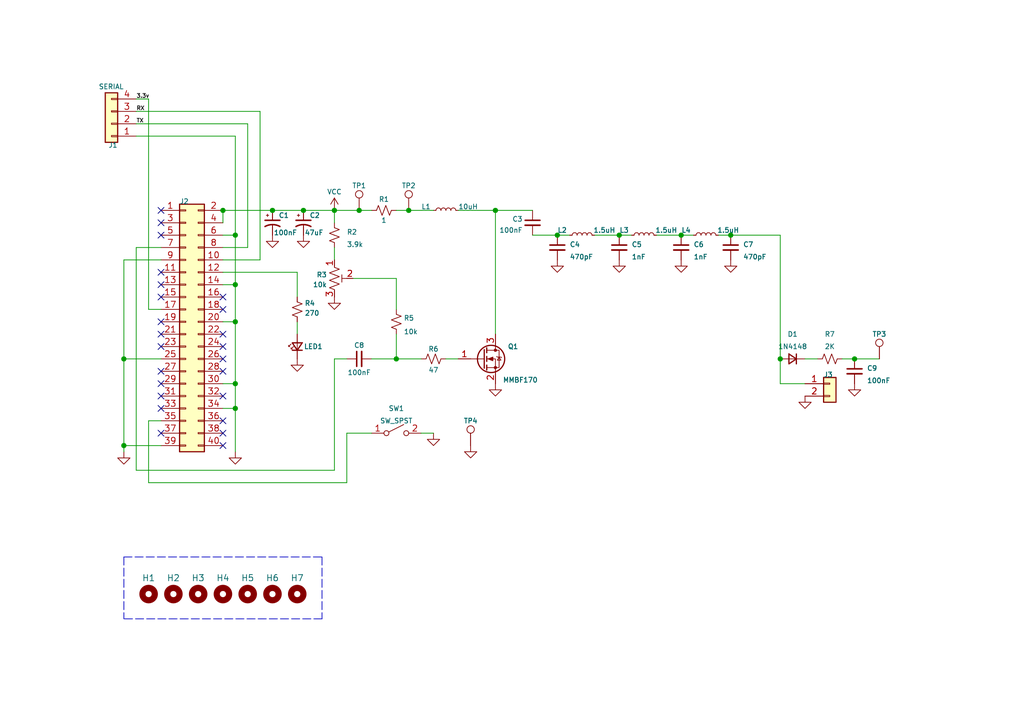
<source format=kicad_sch>
(kicad_sch (version 20211123) (generator eeschema)
  (paper "A5")
  (title_block (title "WSPR 40m Beacon") (rev "1"))
  (lib_symbols
    (symbol "Connector:TestPoint" (pin_numbers hide) (pin_names (offset 0.762) hide)
      (property "Reference" "TP" (at 0 6.858 0))
      (property "Value" "TestPoint" (at 0 5.08 0))
      (symbol "TestPoint_0_1"
        (circle (center 0 3.302) (radius 0.762))
      )
      (symbol "TestPoint_1_1"
        (pin passive line (at 0 0 90) (length 2.54) (name "1") (number "1"))
      )
    )
    (symbol "Connector_Generic:Conn_01x02" (pin_names (offset 1.016) hide)
      (property "Reference" "J" (at 0 2.54 0))
      (property "Value" "Conn_01x02" (at 0 -5.08 0))
      (symbol "Conn_01x02_1_1"
        (rectangle (start -1.27 -2.413) (end 0 -2.667) (stroke (width 0.1524)))
        (rectangle (start -1.27 0.127) (end 0 -0.127) (stroke (width 0.1524)))
        (rectangle (start -1.27 1.27) (end 1.27 -3.81) (stroke (width 0.254)) (fill (type background)))
        (pin passive line (at -5.08 0 0) (length 3.81) (name "Pin_1") (number "1"))
        (pin passive line (at -5.08 -2.54 0) (length 3.81) (name "Pin_2") (number "2"))
      )
    )
    (symbol "Connector_Generic:Conn_01x04" (pin_names (offset 1.016) hide)
      (property "Reference" "J" (at 0 5.08 0))
      (property "Value" "Conn_01x04" (at 0 -7.62 0))
      (symbol "Conn_01x04_1_1"
        (rectangle (start -1.27 -4.953) (end 0 -5.207) (stroke (width 0.1524)))
        (rectangle (start -1.27 -2.413) (end 0 -2.667) (stroke (width 0.1524)))
        (rectangle (start -1.27 0.127) (end 0 -0.127) (stroke (width 0.1524)))
        (rectangle (start -1.27 2.667) (end 0 2.413) (stroke (width 0.1524)))
        (rectangle (start -1.27 3.81) (end 1.27 -6.35) (stroke (width 0.254)) (fill (type background)))
        (pin passive line (at -5.08 2.54 0) (length 3.81) (name "Pin_1") (number "1"))
        (pin passive line (at -5.08 0 0) (length 3.81) (name "Pin_2") (number "2"))
        (pin passive line (at -5.08 -2.54 0) (length 3.81) (name "Pin_3") (number "3"))
        (pin passive line (at -5.08 -5.08 0) (length 3.81) (name "Pin_4") (number "4"))
      )
    )
    (symbol "Connector_Generic:Conn_02x20_Odd_Even" (pin_names (offset 1.016) hide)
      (property "Reference" "J" (at 1.27 25.4 0))
      (property "Value" "Conn_02x20_Odd_Even" (at 1.27 -27.94 0))
      (symbol "Conn_02x20_Odd_Even_1_1"
        (rectangle (start -1.27 -25.273) (end 0 -25.527) (stroke (width 0.1524)))
        (rectangle (start -1.27 -22.733) (end 0 -22.987) (stroke (width 0.1524)))
        (rectangle (start -1.27 -20.193) (end 0 -20.447) (stroke (width 0.1524)))
        (rectangle (start -1.27 -17.653) (end 0 -17.907) (stroke (width 0.1524)))
        (rectangle (start -1.27 -15.113) (end 0 -15.367) (stroke (width 0.1524)))
        (rectangle (start -1.27 -12.573) (end 0 -12.827) (stroke (width 0.1524)))
        (rectangle (start -1.27 -10.033) (end 0 -10.287) (stroke (width 0.1524)))
        (rectangle (start -1.27 -7.493) (end 0 -7.747) (stroke (width 0.1524)))
        (rectangle (start -1.27 -4.953) (end 0 -5.207) (stroke (width 0.1524)))
        (rectangle (start -1.27 -2.413) (end 0 -2.667) (stroke (width 0.1524)))
        (rectangle (start -1.27 0.127) (end 0 -0.127) (stroke (width 0.1524)))
        (rectangle (start -1.27 2.667) (end 0 2.413) (stroke (width 0.1524)))
        (rectangle (start -1.27 5.207) (end 0 4.953) (stroke (width 0.1524)))
        (rectangle (start -1.27 7.747) (end 0 7.493) (stroke (width 0.1524)))
        (rectangle (start -1.27 10.287) (end 0 10.033) (stroke (width 0.1524)))
        (rectangle (start -1.27 12.827) (end 0 12.573) (stroke (width 0.1524)))
        (rectangle (start -1.27 15.367) (end 0 15.113) (stroke (width 0.1524)))
        (rectangle (start -1.27 17.907) (end 0 17.653) (stroke (width 0.1524)))
        (rectangle (start -1.27 20.447) (end 0 20.193) (stroke (width 0.1524)))
        (rectangle (start -1.27 22.987) (end 0 22.733) (stroke (width 0.1524)))
        (rectangle (start -1.27 24.13) (end 3.81 -26.67) (stroke (width 0.254)) (fill (type background)))
        (rectangle (start 3.81 -25.273) (end 2.54 -25.527) (stroke (width 0.1524)))
        (rectangle (start 3.81 -22.733) (end 2.54 -22.987) (stroke (width 0.1524)))
        (rectangle (start 3.81 -20.193) (end 2.54 -20.447) (stroke (width 0.1524)))
        (rectangle (start 3.81 -17.653) (end 2.54 -17.907) (stroke (width 0.1524)))
        (rectangle (start 3.81 -15.113) (end 2.54 -15.367) (stroke (width 0.1524)))
        (rectangle (start 3.81 -12.573) (end 2.54 -12.827) (stroke (width 0.1524)))
        (rectangle (start 3.81 -10.033) (end 2.54 -10.287) (stroke (width 0.1524)))
        (rectangle (start 3.81 -7.493) (end 2.54 -7.747) (stroke (width 0.1524)))
        (rectangle (start 3.81 -4.953) (end 2.54 -5.207) (stroke (width 0.1524)))
        (rectangle (start 3.81 -2.413) (end 2.54 -2.667) (stroke (width 0.1524)))
        (rectangle (start 3.81 0.127) (end 2.54 -0.127) (stroke (width 0.1524)))
        (rectangle (start 3.81 2.667) (end 2.54 2.413) (stroke (width 0.1524)))
        (rectangle (start 3.81 5.207) (end 2.54 4.953) (stroke (width 0.1524)))
        (rectangle (start 3.81 7.747) (end 2.54 7.493) (stroke (width 0.1524)))
        (rectangle (start 3.81 10.287) (end 2.54 10.033) (stroke (width 0.1524)))
        (rectangle (start 3.81 12.827) (end 2.54 12.573) (stroke (width 0.1524)))
        (rectangle (start 3.81 15.367) (end 2.54 15.113) (stroke (width 0.1524)))
        (rectangle (start 3.81 17.907) (end 2.54 17.653) (stroke (width 0.1524)))
        (rectangle (start 3.81 20.447) (end 2.54 20.193) (stroke (width 0.1524)))
        (rectangle (start 3.81 22.987) (end 2.54 22.733) (stroke (width 0.1524)))
        (pin passive line (at -5.08 22.86 0) (length 3.81) (name "Pin_1") (number "1"))
        (pin passive line (at 7.62 12.7 180) (length 3.81) (name "Pin_10") (number "10"))
        (pin passive line (at -5.08 10.16 0) (length 3.81) (name "Pin_11") (number "11"))
        (pin passive line (at 7.62 10.16 180) (length 3.81) (name "Pin_12") (number "12"))
        (pin passive line (at -5.08 7.62 0) (length 3.81) (name "Pin_13") (number "13"))
        (pin passive line (at 7.62 7.62 180) (length 3.81) (name "Pin_14") (number "14"))
        (pin passive line (at -5.08 5.08 0) (length 3.81) (name "Pin_15") (number "15"))
        (pin passive line (at 7.62 5.08 180) (length 3.81) (name "Pin_16") (number "16"))
        (pin passive line (at -5.08 2.54 0) (length 3.81) (name "Pin_17") (number "17"))
        (pin passive line (at 7.62 2.54 180) (length 3.81) (name "Pin_18") (number "18"))
        (pin passive line (at -5.08 0 0) (length 3.81) (name "Pin_19") (number "19"))
        (pin passive line (at 7.62 22.86 180) (length 3.81) (name "Pin_2") (number "2"))
        (pin passive line (at 7.62 0 180) (length 3.81) (name "Pin_20") (number "20"))
        (pin passive line (at -5.08 -2.54 0) (length 3.81) (name "Pin_21") (number "21"))
        (pin passive line (at 7.62 -2.54 180) (length 3.81) (name "Pin_22") (number "22"))
        (pin passive line (at -5.08 -5.08 0) (length 3.81) (name "Pin_23") (number "23"))
        (pin passive line (at 7.62 -5.08 180) (length 3.81) (name "Pin_24") (number "24"))
        (pin passive line (at -5.08 -7.62 0) (length 3.81) (name "Pin_25") (number "25"))
        (pin passive line (at 7.62 -7.62 180) (length 3.81) (name "Pin_26") (number "26"))
        (pin passive line (at -5.08 -10.16 0) (length 3.81) (name "Pin_27") (number "27"))
        (pin passive line (at 7.62 -10.16 180) (length 3.81) (name "Pin_28") (number "28"))
        (pin passive line (at -5.08 -12.7 0) (length 3.81) (name "Pin_29") (number "29"))
        (pin passive line (at -5.08 20.32 0) (length 3.81) (name "Pin_3") (number "3"))
        (pin passive line (at 7.62 -12.7 180) (length 3.81) (name "Pin_30") (number "30"))
        (pin passive line (at -5.08 -15.24 0) (length 3.81) (name "Pin_31") (number "31"))
        (pin passive line (at 7.62 -15.24 180) (length 3.81) (name "Pin_32") (number "32"))
        (pin passive line (at -5.08 -17.78 0) (length 3.81) (name "Pin_33") (number "33"))
        (pin passive line (at 7.62 -17.78 180) (length 3.81) (name "Pin_34") (number "34"))
        (pin passive line (at -5.08 -20.32 0) (length 3.81) (name "Pin_35") (number "35"))
        (pin passive line (at 7.62 -20.32 180) (length 3.81) (name "Pin_36") (number "36"))
        (pin passive line (at -5.08 -22.86 0) (length 3.81) (name "Pin_37") (number "37"))
        (pin passive line (at 7.62 -22.86 180) (length 3.81) (name "Pin_38") (number "38"))
        (pin passive line (at -5.08 -25.4 0) (length 3.81) (name "Pin_39") (number "39"))
        (pin passive line (at 7.62 20.32 180) (length 3.81) (name "Pin_4") (number "4"))
        (pin passive line (at 7.62 -25.4 180) (length 3.81) (name "Pin_40") (number "40"))
        (pin passive line (at -5.08 17.78 0) (length 3.81) (name "Pin_5") (number "5"))
        (pin passive line (at 7.62 17.78 180) (length 3.81) (name "Pin_6") (number "6"))
        (pin passive line (at -5.08 15.24 0) (length 3.81) (name "Pin_7") (number "7"))
        (pin passive line (at 7.62 15.24 180) (length 3.81) (name "Pin_8") (number "8"))
        (pin passive line (at -5.08 12.7 0) (length 3.81) (name "Pin_9") (number "9"))
      )
    )
    (symbol "Device:C_Polarized_Small_US" (pin_numbers hide) (pin_names (offset 0.254) hide)
      (property "Reference" "C" (at 0.254 1.778 0))
      (property "Value" "C_Polarized_Small_US" (at 0.254 -2.032 0))
      (symbol "C_Polarized_Small_US_0_1"
        (polyline (pts (xy -1.524 0.508) (xy 1.524 0.508)) (stroke (width 0.3048)))
        (polyline (pts (xy -1.27 1.524) (xy -0.762 1.524)))
        (polyline (pts (xy -1.016 1.27) (xy -1.016 1.778)))
        (arc (start 1.524 -0.762) (mid 0 -0.3734) (end -1.524 -0.762) (stroke (width 0.3048)))
      )
      (symbol "C_Polarized_Small_US_1_1"
        (pin passive line (at 0 2.54 270) (length 2.032) (name "~") (number "1"))
        (pin passive line (at 0 -2.54 90) (length 2.032) (name "~") (number "2"))
      )
    )
    (symbol "Device:C_Small" (pin_numbers hide) (pin_names (offset 0.254) hide)
      (property "Reference" "C" (at 0.254 1.778 0))
      (property "Value" "C_Small" (at 0.254 -2.032 0))
      (symbol "C_Small_0_1"
        (polyline (pts (xy -1.524 -0.508) (xy 1.524 -0.508)) (stroke (width 0.3302)))
        (polyline (pts (xy -1.524 0.508) (xy 1.524 0.508)) (stroke (width 0.3048)))
      )
      (symbol "C_Small_1_1"
        (pin passive line (at 0 2.54 270) (length 2.032) (name "~") (number "1"))
        (pin passive line (at 0 -2.54 90) (length 2.032) (name "~") (number "2"))
      )
    )
    (symbol "Device:D_Small" (pin_numbers hide) (pin_names (offset 0.254) hide)
      (property "Reference" "D" (at -1.27 2.032 0))
      (property "Value" "D_Small" (at -3.81 -2.032 0))
      (symbol "D_Small_0_1"
        (polyline (pts (xy -0.762 -1.016) (xy -0.762 1.016)) (stroke (width 0.254)))
        (polyline (pts (xy -0.762 0) (xy 0.762 0)))
        (polyline (pts (xy 0.762 -1.016) (xy -0.762 0) (xy 0.762 1.016) (xy 0.762 -1.016)) (stroke (width 0.254)))
      )
      (symbol "D_Small_1_1"
        (pin passive line (at -2.54 0 0) (length 1.778) (name "K") (number "1"))
        (pin passive line (at 2.54 0 180) (length 1.778) (name "A") (number "2"))
      )
    )
    (symbol "Device:LED_Small" (pin_numbers hide) (pin_names (offset 0.254) hide)
      (property "Reference" "D" (at -1.27 3.175 0))
      (property "Value" "LED_Small" (at -4.445 -2.54 0))
      (symbol "LED_Small_0_1"
        (polyline (pts (xy -0.762 -1.016) (xy -0.762 1.016)) (stroke (width 0.254)))
        (polyline (pts (xy 1.016 0) (xy -0.762 0)))
        (polyline (pts (xy 0.762 -1.016) (xy -0.762 0) (xy 0.762 1.016) (xy 0.762 -1.016)) (stroke (width 0.254)))
        (polyline (pts (xy 0 0.762) (xy -0.508 1.27) (xy -0.254 1.27) (xy -0.508 1.27) (xy -0.508 1.016)))
        (polyline (pts (xy 0.508 1.27) (xy 0 1.778) (xy 0.254 1.778) (xy 0 1.778) (xy 0 1.524)))
      )
      (symbol "LED_Small_1_1"
        (pin passive line (at -2.54 0 0) (length 1.778) (name "K") (number "1"))
        (pin passive line (at 2.54 0 180) (length 1.778) (name "A") (number "2"))
      )
    )
    (symbol "Device:L_Small" (pin_numbers hide) (pin_names (offset 0.254) hide)
      (property "Reference" "L" (at 0.762 1.016 0))
      (property "Value" "L_Small" (at 0.762 -1.016 0))
      (symbol "L_Small_0_1"
        (arc (start 0 -2.032) (mid 0.508 -1.524) (end 0 -1.016))
        (arc (start 0 -1.016) (mid 0.508 -0.508) (end 0 0))
        (arc (start 0 0) (mid 0.508 0.508) (end 0 1.016))
        (arc (start 0 1.016) (mid 0.508 1.524) (end 0 2.032))
      )
      (symbol "L_Small_1_1"
        (pin passive line (at 0 2.54 270) (length 0.508) (name "~") (number "1"))
        (pin passive line (at 0 -2.54 90) (length 0.508) (name "~") (number "2"))
      )
    )
    (symbol "Device:R_Potentiometer_Trim_US" (pin_names (offset 1.016) hide)
      (property "Reference" "RV" (at -4.445 0 90))
      (property "Value" "R_Potentiometer_Trim_US" (at -2.54 0 90))
      (symbol "R_Potentiometer_Trim_US_0_1"
        (polyline (pts (xy 0 -2.286) (xy 0 -2.54)))
        (polyline (pts (xy 0 2.286) (xy 0 2.54)))
        (polyline (pts (xy 1.524 0.762) (xy 1.524 -0.762)))
        (polyline (pts (xy 2.54 0) (xy 1.524 0)))
        (polyline (pts (xy 0 -0.762) (xy 1.016 -1.143) (xy 0 -1.524) (xy -1.016 -1.905) (xy 0 -2.286)))
        (polyline (pts (xy 0 0.762) (xy 1.016 0.381) (xy 0 0) (xy -1.016 -0.381) (xy 0 -0.762)))
        (polyline (pts (xy 0 2.286) (xy 1.016 1.905) (xy 0 1.524) (xy -1.016 1.143) (xy 0 0.762)))
      )
      (symbol "R_Potentiometer_Trim_US_1_1"
        (pin passive line (at 0 3.81 270) (length 1.27) (name "1") (number "1"))
        (pin passive line (at 3.81 0 180) (length 1.27) (name "2") (number "2"))
        (pin passive line (at 0 -3.81 90) (length 1.27) (name "3") (number "3"))
      )
    )
    (symbol "Device:R_Small_US" (pin_numbers hide) (pin_names (offset 0.254) hide)
      (property "Reference" "R" (at 0.762 0.508 0))
      (property "Value" "R_Small_US" (at 0.762 -1.016 0))
      (symbol "R_Small_US_1_1"
        (polyline (pts (xy 0 0) (xy 1.016 -0.381) (xy 0 -0.762) (xy -1.016 -1.143) (xy 0 -1.524)))
        (polyline (pts (xy 0 1.524) (xy 1.016 1.143) (xy 0 0.762) (xy -1.016 0.381) (xy 0 0)))
        (pin passive line (at 0 2.54 270) (length 1.016) (name "~") (number "1"))
        (pin passive line (at 0 -2.54 90) (length 1.016) (name "~") (number "2"))
      )
    )
    (symbol "Mechanical:MountingHole" (pin_names (offset 1.016))
      (property "Reference" "H" (at 0 5.08 0))
      (property "Value" "MountingHole" (at 0 3.175 0))
      (symbol "MountingHole_0_1"
        (circle (center 0 0) (radius 1.27) (stroke (width 1.27)))
      )
    )
    (symbol "Switch:SW_SPST" (pin_names (offset 0) hide)
      (property "Reference" "SW" (at 0 3.175 0))
      (property "Value" "SW_SPST" (at 0 -2.54 0))
      (symbol "SW_SPST_0_0"
        (circle (center -2.032 0) (radius 0.508))
        (polyline (pts (xy -1.524 0.254) (xy 1.524 1.778)))
        (circle (center 2.032 0) (radius 0.508))
      )
      (symbol "SW_SPST_1_1"
        (pin passive line (at -5.08 0 0) (length 2.54) (name "A") (number "1"))
        (pin passive line (at 5.08 0 180) (length 2.54) (name "B") (number "2"))
      )
    )
    (symbol "Transistor_FET:MMBF170" (pin_names hide)
      (property "Reference" "Q" (at 5.08 1.905 0))
      (property "Value" "MMBF170" (at 5.08 0 0))
      (symbol "MMBF170_0_1"
        (polyline (pts (xy 0.254 0) (xy -2.54 0)))
        (polyline (pts (xy 0.254 1.905) (xy 0.254 -1.905)) (stroke (width 0.254)))
        (polyline (pts (xy 0.762 -1.27) (xy 0.762 -2.286)) (stroke (width 0.254)))
        (polyline (pts (xy 0.762 0.508) (xy 0.762 -0.508)) (stroke (width 0.254)))
        (polyline (pts (xy 0.762 2.286) (xy 0.762 1.27)) (stroke (width 0.254)))
        (polyline (pts (xy 2.54 2.54) (xy 2.54 1.778)))
        (polyline (pts (xy 2.54 -2.54) (xy 2.54 0) (xy 0.762 0)))
        (polyline (pts (xy 0.762 -1.778) (xy 3.302 -1.778) (xy 3.302 1.778) (xy 0.762 1.778)))
        (polyline (pts (xy 1.016 0) (xy 2.032 0.381) (xy 2.032 -0.381) (xy 1.016 0)) (fill (type outline)))
        (polyline (pts (xy 2.794 0.508) (xy 2.921 0.381) (xy 3.683 0.381) (xy 3.81 0.254)))
        (polyline (pts (xy 3.302 0.381) (xy 2.921 -0.254) (xy 3.683 -0.254) (xy 3.302 0.381)))
        (circle (center 1.651 0) (radius 2.794) (stroke (width 0.254)))
        (circle (center 2.54 -1.778) (radius 0.254) (fill (type outline)))
        (circle (center 2.54 1.778) (radius 0.254) (fill (type outline)))
      )
      (symbol "MMBF170_1_1"
        (pin input line (at -5.08 0 0) (length 2.54) (name "G") (number "1"))
        (pin passive line (at 2.54 -5.08 90) (length 2.54) (name "S") (number "2"))
        (pin passive line (at 2.54 5.08 270) (length 2.54) (name "D") (number "3"))
      )
    )
    (symbol "power:GND" (power) (pin_names (offset 0))
      (property "Value" "GND" (at 0 -3.81 0))
      (symbol "GND_0_1"
        (polyline (pts (xy 0 0) (xy 0 -1.27) (xy 1.27 -1.27) (xy 0 -2.54) (xy -1.27 -1.27) (xy 0 -1.27)))
      )
      (symbol "GND_1_1"
        (pin power_in line (at 0 0 270) (length 0) hide (name "GND") (number "1"))
      )
    )
    (symbol "power:VCC" (power) (pin_names (offset 0))
      (property "Value" "VCC" (at 0 3.81 0))
      (symbol "VCC_0_1"
        (polyline (pts (xy -0.762 1.27) (xy 0 2.54)))
        (polyline (pts (xy 0 0) (xy 0 2.54)))
        (polyline (pts (xy 0 2.54) (xy 0.762 1.27)))
      )
      (symbol "VCC_1_1"
        (pin power_in line (at 0 0 90) (length 0) hide (name "VCC") (number "1"))
      )
    )
  )
  (junction (at 175.26 73.66))
  (junction (at 160.02 73.66))
  (junction (at 149.86 48.26))
  (junction (at 83.82 43.18))
  (junction (at 101.6 43.18))
  (junction (at 48.26 58.42))
  (junction (at 25.4 73.66))
  (junction (at 55.88 43.18))
  (junction (at 45.72 43.18))
  (junction (at 48.26 66.04))
  (junction (at 48.26 48.26))
  (junction (at 139.7 48.26))
  (junction (at 25.4 91.44))
  (junction (at 127 48.26))
  (junction (at 62.23 43.18))
  (junction (at 114.3 48.26))
  (junction (at 48.26 83.82))
  (junction (at 68.58 43.18))
  (junction (at 48.26 78.74))
  (junction (at 81.28 73.66))
  (junction (at 73.66 43.18))
  (no_connect (at 33.02 60.96))
  (no_connect (at 33.02 58.42))
  (no_connect (at 33.02 66.04))
  (no_connect (at 33.02 68.58))
  (no_connect (at 33.02 71.12))
  (no_connect (at 45.72 60.96))
  (no_connect (at 33.02 55.88))
  (no_connect (at 45.72 63.5))
  (no_connect (at 33.02 45.72))
  (no_connect (at 33.02 48.26))
  (no_connect (at 33.02 43.18))
  (no_connect (at 45.72 91.44))
  (no_connect (at 45.72 68.58))
  (no_connect (at 45.72 76.2))
  (no_connect (at 33.02 81.28))
  (no_connect (at 45.72 81.28))
  (no_connect (at 45.72 86.36))
  (no_connect (at 33.02 88.9))
  (no_connect (at 45.72 73.66))
  (no_connect (at 33.02 76.2))
  (no_connect (at 45.72 71.12))
  (no_connect (at 33.02 78.74))
  (no_connect (at 45.72 88.9))
  (no_connect (at 33.02 83.82))
  (wire (pts (xy 88.9 88.9) (xy 86.36 88.9)))
  (wire (pts (xy 48.26 78.74) (xy 45.72 78.74)))
  (wire (pts (xy 72.39 57.15) (xy 81.28 57.15)))
  (wire (pts (xy 25.4 91.44) (xy 25.4 73.66)))
  (wire (pts (xy 33.02 91.44) (xy 25.4 91.44)))
  (wire (pts (xy 45.72 45.72) (xy 45.72 43.18)))
  (wire (pts (xy 114.3 48.26) (xy 116.84 48.26)))
  (wire (pts (xy 27.94 27.94) (xy 48.26 27.94)))
  (wire (pts (xy 27.94 96.52) (xy 68.58 96.52)))
  (wire (pts (xy 160.02 78.74) (xy 165.1 78.74)))
  (wire (pts (xy 25.4 73.66) (xy 25.4 53.34)))
  (wire (pts (xy 53.34 53.34) (xy 53.34 22.86)))
  (wire (pts (xy 81.28 57.15) (xy 81.28 63.5)))
  (wire (pts (xy 71.12 88.9) (xy 71.12 99.06)))
  (wire (pts (xy 160.02 48.26) (xy 160.02 73.66)))
  (wire (pts (xy 48.26 48.26) (xy 45.72 48.26)))
  (wire (pts (xy 33.02 50.8) (xy 27.94 50.8)))
  (wire (pts (xy 62.23 43.18) (xy 68.58 43.18)))
  (wire (pts (xy 48.26 48.26) (xy 48.26 27.94)))
  (wire (pts (xy 48.26 92.71) (xy 48.26 83.82)))
  (wire (pts (xy 160.02 73.66) (xy 160.02 78.74)))
  (wire (pts (xy 53.34 22.86) (xy 27.94 22.86)))
  (wire (pts (xy 48.26 78.74) (xy 48.26 66.04)))
  (wire (pts (xy 101.6 43.18) (xy 101.6 68.58)))
  (wire (pts (xy 45.72 53.34) (xy 53.34 53.34)))
  (wire (pts (xy 68.58 50.8) (xy 68.58 53.34)))
  (wire (pts (xy 48.26 66.04) (xy 45.72 66.04)))
  (wire (pts (xy 121.92 48.26) (xy 127 48.26)))
  (wire (pts (xy 48.26 66.04) (xy 48.26 58.42)))
  (wire (pts (xy 68.58 96.52) (xy 68.58 73.66)))
  (wire (pts (xy 27.94 20.32) (xy 30.48 20.32)))
  (wire (pts (xy 45.72 50.8) (xy 50.8 50.8)))
  (wire (pts (xy 93.98 43.18) (xy 101.6 43.18)))
  (wire (pts (xy 60.96 66.04) (xy 60.96 68.58)))
  (wire (pts (xy 101.6 43.18) (xy 109.22 43.18)))
  (polyline (pts (xy 66.04 114.3) (xy 66.04 127)))
  (wire (pts (xy 73.66 43.18) (xy 76.2 43.18)))
  (wire (pts (xy 30.48 99.06) (xy 71.12 99.06)))
  (wire (pts (xy 55.88 43.18) (xy 62.23 43.18)))
  (polyline (pts (xy 25.4 114.3) (xy 66.04 114.3)))
  (wire (pts (xy 175.26 73.66) (xy 180.34 73.66)))
  (polyline (pts (xy 66.04 127) (xy 25.4 127)))
  (wire (pts (xy 149.86 48.26) (xy 160.02 48.26)))
  (wire (pts (xy 83.82 43.18) (xy 88.9 43.18)))
  (wire (pts (xy 48.26 58.42) (xy 45.72 58.42)))
  (wire (pts (xy 30.48 20.32) (xy 30.48 63.5)))
  (wire (pts (xy 134.62 48.26) (xy 139.7 48.26)))
  (wire (pts (xy 30.48 63.5) (xy 33.02 63.5)))
  (wire (pts (xy 48.26 83.82) (xy 48.26 78.74)))
  (wire (pts (xy 81.28 73.66) (xy 86.36 73.66)))
  (wire (pts (xy 50.8 25.4) (xy 27.94 25.4)))
  (wire (pts (xy 60.96 55.88) (xy 60.96 60.96)))
  (wire (pts (xy 50.8 50.8) (xy 50.8 25.4)))
  (wire (pts (xy 81.28 43.18) (xy 83.82 43.18)))
  (wire (pts (xy 147.32 48.26) (xy 149.86 48.26)))
  (wire (pts (xy 139.7 48.26) (xy 142.24 48.26)))
  (wire (pts (xy 91.44 73.66) (xy 93.98 73.66)))
  (wire (pts (xy 30.48 86.36) (xy 30.48 99.06)))
  (wire (pts (xy 127 48.26) (xy 129.54 48.26)))
  (wire (pts (xy 68.58 73.66) (xy 71.12 73.66)))
  (wire (pts (xy 33.02 86.36) (xy 30.48 86.36)))
  (wire (pts (xy 71.12 88.9) (xy 76.2 88.9)))
  (wire (pts (xy 68.58 43.18) (xy 73.66 43.18)))
  (wire (pts (xy 25.4 73.66) (xy 33.02 73.66)))
  (wire (pts (xy 172.72 73.66) (xy 175.26 73.66)))
  (wire (pts (xy 48.26 58.42) (xy 48.26 48.26)))
  (wire (pts (xy 25.4 91.44) (xy 25.4 92.71)))
  (wire (pts (xy 68.58 43.18) (xy 68.58 45.72)))
  (wire (pts (xy 45.72 55.88) (xy 60.96 55.88)))
  (wire (pts (xy 81.28 73.66) (xy 81.28 68.58)))
  (wire (pts (xy 76.2 73.66) (xy 81.28 73.66)))
  (wire (pts (xy 109.22 48.26) (xy 114.3 48.26)))
  (polyline (pts (xy 25.4 114.3) (xy 25.4 127)))
  (wire (pts (xy 45.72 43.18) (xy 55.88 43.18)))
  (wire (pts (xy 25.4 53.34) (xy 33.02 53.34)))
  (wire (pts (xy 27.94 50.8) (xy 27.94 96.52)))
  (wire (pts (xy 48.26 83.82) (xy 45.72 83.82)))
  (wire (pts (xy 165.1 73.66) (xy 167.64 73.66)))
  (label "RX" (at 27.94 22.86 0) (effects (font (size 0.8 0.8))))
  (label "3.3v" (at 27.94 20.32 0) (effects (font (size 0.8 0.8))))
  (label "TX" (at 27.94 25.4 0) (effects (font (size 0.8 0.8))))
  (symbol (lib_id "power:GND") (at 114.3 53.34 0) (unit 1)
    (property "Reference" "#PWR04" (effects hide))
    (property "Value" "GND" (effects hide))
  )
  (symbol (lib_id "power:GND") (at 101.6 78.74 0) (unit 1)
    (property "Reference" "#PWR010" (effects hide))
    (property "Value" "GND" (effects hide))
  )
  (symbol (lib_id "power:GND") (at 175.26 78.74 0) (unit 1)
    (property "Reference" "#PWR011" (effects hide))
    (property "Value" "GND" (effects hide))
  )
  (symbol (lib_id "Device:R_Small_US") (at 78.74 43.18 90) (unit 1)
    (property "Reference" "R1" (at 78.74 40.894 90) (effects (font (size 1 1))))
    (property "Value" "1" (at 78.74 45.212 90) (effects (font (size 1 1))))
    (property "Footprint" "Resistor_SMD:R_0603_1608Metric" (effects hide))
  )
  (symbol (lib_id "Device:R_Small_US") (at 60.96 63.5 180) (unit 1)
    (property "Reference" "R4" (at 62.484 62.23 0) (effects (font (size 1 1)) (justify right)))
    (property "Value" "270" (at 62.484 64.262 0) (effects (font (size 1 1)) (justify right)))
    (property "Footprint" "Resistor_SMD:R_0603_1608Metric" (effects hide))
  )
  (symbol (lib_id "Device:C_Polarized_Small_US") (at 55.88 45.72 0) (unit 1)
    (property "Reference" "C1" (at 57.15 44.196 0) (effects (font (size 1 1)) (justify left)))
    (property "Value" "100nF" (at 56.134 47.752 0) (effects (font (size 1 1)) (justify left)))
    (property "Footprint" "Capacitor_SMD:C_0603_1608Metric" (effects hide))
  )
  (symbol (lib_id "power:GND") (at 55.88 48.26 0) (unit 1)
    (property "Reference" "#PWR02" (effects hide))
    (property "Value" "GND" (effects hide))
  )
  (symbol (lib_id "Mechanical:MountingHole") (at 40.64 121.92 0) (unit 1)
    (property "Reference" "H3" (at 40.64 118.618 0))
    (property "Value" "MountingHole" (effects hide))
    (property "Footprint" "MountingHole:MountingHole_3.2mm_M3_DIN965_Pad" (effects hide))
  )
  (symbol (lib_id "Mechanical:MountingHole") (at 60.96 121.92 0) (unit 1)
    (property "Reference" "H7" (at 60.96 118.618 0))
    (property "Value" "MountingHole" (effects hide))
    (property "Footprint" "MountingHole:mousebites" (effects hide))
  )
  (symbol (lib_id "power:GND") (at 149.86 53.34 0) (unit 1)
    (property "Reference" "#PWR07" (effects hide))
    (property "Value" "GND" (effects hide))
  )
  (symbol (lib_id "power:VCC") (at 68.58 43.18 0) (unit 1)
    (property "Reference" "#PWR01" (effects hide))
    (property "Value" "VCC" (at 68.58 39.37 0) (effects (font (size 1 1))))
  )
  (symbol (lib_id "Device:R_Potentiometer_Trim_US") (at 68.58 57.15 0) (unit 1)
    (property "Reference" "R3" (at 67.056 56.388 0) (effects (font (size 1 1)) (justify right)))
    (property "Value" "10k" (at 67.056 58.42 0) (effects (font (size 1 1)) (justify right)))
    (property "Footprint" "Potentiometer_SMD:Potentiometer_Bourns_3314J_Vertical" (effects hide))
  )
  (symbol (lib_id "Connector:TestPoint") (at 96.52 91.44 0) (unit 1)
    (property "Reference" "TP4" (at 96.52 86.36 0) (effects (font (size 1 1))))
    (property "Value" "TestPoint" (effects hide))
    (property "Footprint" "TestPoint:TestPoint_Pad_D1.5mm" (effects hide))
  )
  (symbol (lib_id "Device:R_Small_US") (at 88.9 73.66 90) (unit 1)
    (property "Reference" "R6" (at 88.9 71.628 90) (effects (font (size 1 1))))
    (property "Value" "47" (at 88.9 75.946 90) (effects (font (size 1 1))))
    (property "Footprint" "Resistor_SMD:R_0603_1608Metric" (effects hide))
  )
  (symbol (lib_id "Connector_Generic:Conn_02x20_Odd_Even") (at 38.1 66.04 0) (unit 1)
    (property "Reference" "J2" (at 36.83 41.91 0) (effects (font (size 1 1)) (justify left bottom)))
    (property "Value" "Conn_02x20_Odd_Even" (effects hide))
    (property "Footprint" "Connector_PinSocket_2.54mm:PinSocket_2x20_P2.54mm_Vertical" (effects hide))
  )
  (symbol (lib_id "Device:L_Small") (at 132.08 48.26 90) (unit 1)
    (property "Reference" "L3" (at 128.016 47.244 90) (effects (font (size 1 1))))
    (property "Value" "1.5uH" (at 136.652 47.244 90) (effects (font (size 1 1))))
    (property "Footprint" "Inductor_SMD:L_1210_3225Metric" (effects hide))
  )
  (symbol (lib_id "Device:C_Small") (at 109.22 45.72 0) (unit 1)
    (property "Reference" "C3" (at 107.188 44.958 0) (effects (font (size 1 1)) (justify right)))
    (property "Value" "100nF" (at 107.188 47.244 0) (effects (font (size 1 1)) (justify right)))
    (property "Footprint" "Capacitor_SMD:C_0603_1608Metric" (effects hide))
  )
  (symbol (lib_id "Mechanical:MountingHole") (at 55.88 121.92 0) (unit 1)
    (property "Reference" "H6" (at 55.88 118.618 0))
    (property "Value" "MountingHole" (effects hide))
    (property "Footprint" "MountingHole:mousebites" (effects hide))
  )
  (symbol (lib_id "power:GND") (at 96.52 91.44 0) (unit 1)
    (property "Reference" "#PWR014" (effects hide))
    (property "Value" "GND" (effects hide))
  )
  (symbol (lib_id "Mechanical:MountingHole") (at 30.48 121.92 0) (unit 1)
    (property "Reference" "H1" (at 30.48 118.618 0))
    (property "Value" "MountingHole" (effects hide))
    (property "Footprint" "MountingHole:MountingHole_3.2mm_M3_DIN965_Pad" (effects hide))
  )
  (symbol (lib_id "power:GND") (at 48.26 92.71 0) (unit 1)
    (property "Reference" "#PWR016" (effects hide))
    (property "Value" "GND" (effects hide))
  )
  (symbol (lib_id "Device:C_Small") (at 175.26 76.2 0) (unit 1)
    (property "Reference" "C9" (at 177.8 75.5713 0) (effects (font (size 1 1)) (justify left)))
    (property "Value" "100nF" (at 177.8 78.1113 0) (effects (font (size 1 1)) (justify left)))
    (property "Footprint" "Capacitor_SMD:C_0603_1608Metric" (effects hide))
  )
  (symbol (lib_id "Connector:TestPoint") (at 180.34 73.66 0) (unit 1)
    (property "Reference" "TP3" (at 180.34 68.58 0) (effects (font (size 1 1))))
    (property "Value" "TestPoint" (effects hide))
    (property "Footprint" "TestPoint:TestPoint_Pad_D1.5mm" (effects hide))
  )
  (symbol (lib_id "Mechanical:MountingHole") (at 45.72 121.92 0) (unit 1)
    (property "Reference" "H4" (at 45.72 118.618 0))
    (property "Value" "MountingHole" (effects hide))
    (property "Footprint" "MountingHole:MountingHole_3.2mm_M3_DIN965_Pad" (effects hide))
  )
  (symbol (lib_id "Device:R_Small_US") (at 68.58 48.26 180) (unit 1)
    (property "Reference" "R2" (at 71.12 47.625 0) (effects (font (size 1 1)) (justify right)))
    (property "Value" "3.9k" (at 71.12 50.165 0) (effects (font (size 1 1)) (justify right)))
    (property "Footprint" "Resistor_SMD:R_0603_1608Metric" (effects hide))
  )
  (symbol (lib_id "Transistor_FET:MMBF170") (at 99.06 73.66 0) (unit 1)
    (property "Reference" "Q1" (at 104.14 71.12 0) (effects (font (size 1 1)) (justify left)))
    (property "Value" "MMBF170" (at 103.124 77.978 0) (effects (font (size 1 1)) (justify left)))
    (property "Footprint" "Package_TO_SOT_SMD:SOT-23" (effects hide))
    (property "Datasheet" "https://www.diodes.com/assets/Datasheets/ds30104.pdf" (effects hide))
  )
  (symbol (lib_id "Device:D_Small") (at 162.56 73.66 180) (unit 1)
    (property "Reference" "D1" (at 162.56 68.58 0) (effects (font (size 1 1))))
    (property "Value" "1N4148" (at 162.56 71.12 0) (effects (font (size 1 1))))
    (property "Footprint" "Diode_SMD:D_SOD-123F" (effects hide))
  )
  (symbol (lib_id "Device:C_Small") (at 73.66 73.66 90) (unit 1)
    (property "Reference" "C8" (at 73.66 70.866 90) (effects (font (size 1 1))))
    (property "Value" "100nF" (at 73.66 76.454 90) (effects (font (size 1 1))))
    (property "Footprint" "Capacitor_SMD:C_0603_1608Metric" (effects hide))
  )
  (symbol (lib_id "power:GND") (at 68.58 60.96 0) (unit 1)
    (property "Reference" "#PWR08" (effects hide))
    (property "Value" "GND" (effects hide))
  )
  (symbol (lib_id "power:GND") (at 139.7 53.34 0) (unit 1)
    (property "Reference" "#PWR06" (effects hide))
    (property "Value" "GND" (effects hide))
  )
  (symbol (lib_id "Device:LED_Small") (at 60.96 71.12 90) (unit 1)
    (property "Reference" "LED1" (at 64.262 71.12 90) (effects (font (size 1 1))))
    (property "Value" "LED_Small" (effects hide))
    (property "Footprint" "LED_SMD:LED_0805_2012Metric" (effects hide))
  )
  (symbol (lib_id "Connector_Generic:Conn_01x02") (at 170.18 78.74 0) (unit 1)
    (property "Reference" "J3" (at 168.91 77.47 0) (effects (font (size 1 1)) (justify left bottom)))
    (property "Value" "Conn_01x02" (effects hide))
    (property "Footprint" "Connector_Coaxial:SMA_Amphenol_901-144_Vertical" (effects hide))
  )
  (symbol (lib_id "Device:L_Small") (at 119.38 48.26 90) (unit 1)
    (property "Reference" "L2" (at 115.316 47.244 90) (effects (font (size 1 1))))
    (property "Value" "1.5uH" (at 123.952 47.244 90) (effects (font (size 1 1))))
    (property "Footprint" "Inductor_SMD:L_1210_3225Metric" (effects hide))
  )
  (symbol (lib_id "Device:L_Small") (at 144.78 48.26 90) (unit 1)
    (property "Reference" "L4" (at 140.716 47.244 90) (effects (font (size 1 1))))
    (property "Value" "1.5uH" (at 149.352 47.244 90) (effects (font (size 1 1))))
    (property "Footprint" "Inductor_SMD:L_1210_3225Metric" (effects hide))
  )
  (symbol (lib_id "Device:C_Small") (at 114.3 50.8 0) (unit 1)
    (property "Reference" "C4" (at 116.84 50.1713 0) (effects (font (size 1 1)) (justify left)))
    (property "Value" "470pF" (at 116.84 52.7113 0) (effects (font (size 1 1)) (justify left)))
    (property "Footprint" "Capacitor_SMD:C_0603_1608Metric" (effects hide))
  )
  (symbol (lib_id "Device:R_Small_US") (at 81.28 66.04 0) (unit 1)
    (property "Reference" "R5" (at 82.804 65.278 0) (effects (font (size 1 1)) (justify left)))
    (property "Value" "10k" (at 82.804 68.072 0) (effects (font (size 1 1)) (justify left)))
    (property "Footprint" "Resistor_SMD:R_0603_1608Metric" (effects hide))
  )
  (symbol (lib_id "Mechanical:MountingHole") (at 50.8 121.92 0) (unit 1)
    (property "Reference" "H5" (at 50.8 118.618 0))
    (property "Value" "MountingHole" (effects hide))
    (property "Footprint" "MountingHole:MountingHole_3.2mm_M3_DIN965_Pad" (effects hide))
  )
  (symbol (lib_id "Connector_Generic:Conn_01x04") (at 22.86 25.4 180) (unit 1)
    (property "Reference" "J1" (at 24.13 29.21 0) (effects (font (size 1 1)) (justify left bottom)))
    (property "Value" "SERIAL" (at 25.4 17.78 0) (effects (font (size 1 1)) (justify left)))
    (property "Footprint" "Connector_PinHeader_2.00mm:PinHeader_1x04_P2.00mm_Vertical" (effects hide))
  )
  (symbol (lib_id "power:GND") (at 60.96 73.66 0) (unit 1)
    (property "Reference" "#PWR09" (effects hide))
    (property "Value" "GND" (effects hide))
  )
  (symbol (lib_id "Device:R_Small_US") (at 170.18 73.66 90) (unit 1)
    (property "Reference" "R7" (at 170.18 68.58 90) (effects (font (size 1 1))))
    (property "Value" "2K" (at 170.18 71.12 90) (effects (font (size 1 1))))
    (property "Footprint" "Resistor_SMD:R_0603_1608Metric" (effects hide))
  )
  (symbol (lib_id "Device:C_Small") (at 139.7 50.8 0) (unit 1)
    (property "Reference" "C6" (at 142.24 50.1713 0) (effects (font (size 1 1)) (justify left)))
    (property "Value" "1nF" (at 142.24 52.7113 0) (effects (font (size 1 1)) (justify left)))
    (property "Footprint" "Capacitor_SMD:C_0603_1608Metric" (effects hide))
  )
  (symbol (lib_id "power:GND") (at 165.1 81.28 0) (unit 1)
    (property "Reference" "#PWR012" (effects hide))
    (property "Value" "GND" (effects hide))
  )
  (symbol (lib_id "Device:C_Polarized_Small_US") (at 62.23 45.72 0) (unit 1)
    (property "Reference" "C2" (at 63.5 44.196 0) (effects (font (size 1 1)) (justify left)))
    (property "Value" "47uF" (at 62.484 47.752 0) (effects (font (size 1 1)) (justify left)))
    (property "Footprint" "Capacitor_SMD:C_0805_2012Metric" (effects hide))
  )
  (symbol (lib_id "power:GND") (at 25.4 92.71 0) (unit 1)
    (property "Reference" "#PWR015" (effects hide))
    (property "Value" "GND" (effects hide))
  )
  (symbol (lib_id "power:GND") (at 88.9 88.9 0) (unit 1)
    (property "Reference" "#PWR013" (effects hide))
    (property "Value" "GND" (effects hide))
  )
  (symbol (lib_id "Device:C_Small") (at 149.86 50.8 0) (unit 1)
    (property "Reference" "C7" (at 152.4 50.1713 0) (effects (font (size 1 1)) (justify left)))
    (property "Value" "470pF" (at 152.4 52.7113 0) (effects (font (size 1 1)) (justify left)))
    (property "Footprint" "Capacitor_SMD:C_0603_1608Metric" (effects hide))
  )
  (symbol (lib_id "Device:C_Small") (at 127 50.8 0) (unit 1)
    (property "Reference" "C5" (at 129.54 50.1713 0) (effects (font (size 1 1)) (justify left)))
    (property "Value" "1nF" (at 129.54 52.7113 0) (effects (font (size 1 1)) (justify left)))
    (property "Footprint" "Capacitor_SMD:C_0603_1608Metric" (effects hide))
  )
  (symbol (lib_id "Connector:TestPoint") (at 83.82 43.18 0) (unit 1)
    (property "Reference" "TP2" (at 83.82 38.1 0) (effects (font (size 1 1))))
    (property "Value" "TestPoint" (effects hide))
    (property "Footprint" "TestPoint:TestPoint_Pad_D1.5mm" (effects hide))
  )
  (symbol (lib_id "Device:L_Small") (at 91.44 43.18 90) (unit 1)
    (property "Reference" "L1" (at 87.376 42.418 90) (effects (font (size 1 1))))
    (property "Value" "10uH" (at 96.012 42.418 90) (effects (font (size 1 1))))
    (property "Footprint" "Inductor_SMD:L_1008_2520Metric" (effects hide))
  )
  (symbol (lib_id "power:GND") (at 62.23 48.26 0) (unit 1)
    (property "Reference" "#PWR03" (effects hide))
    (property "Value" "GND" (effects hide))
  )
  (symbol (lib_id "Switch:SW_SPST") (at 81.28 88.9 0) (unit 1)
    (property "Reference" "SW1" (at 81.28 83.82 0) (effects (font (size 1 1))))
    (property "Value" "SW_SPST" (at 81.28 86.36 0) (effects (font (size 1 1))))
    (property "Footprint" "Button_Switch_SMD:SW_SPST_SKQG_WithoutStem" (effects hide))
  )
  (symbol (lib_id "power:GND") (at 127 53.34 0) (unit 1)
    (property "Reference" "#PWR05" (effects hide))
    (property "Value" "GND" (effects hide))
  )
  (symbol (lib_id "Connector:TestPoint") (at 73.66 43.18 0) (unit 1)
    (property "Reference" "TP1" (at 73.66 38.1 0) (effects (font (size 1 1))))
    (property "Value" "TestPoint" (effects hide))
    (property "Footprint" "TestPoint:TestPoint_Pad_D1.5mm" (effects hide))
  )
  (symbol (lib_id "Mechanical:MountingHole") (at 35.56 121.92 0) (unit 1)
    (property "Reference" "H2" (at 35.56 118.618 0))
    (property "Value" "MountingHole" (effects hide))
    (property "Footprint" "MountingHole:MountingHole_3.2mm_M3_DIN965_Pad" (effects hide))
  )
)
</source>
